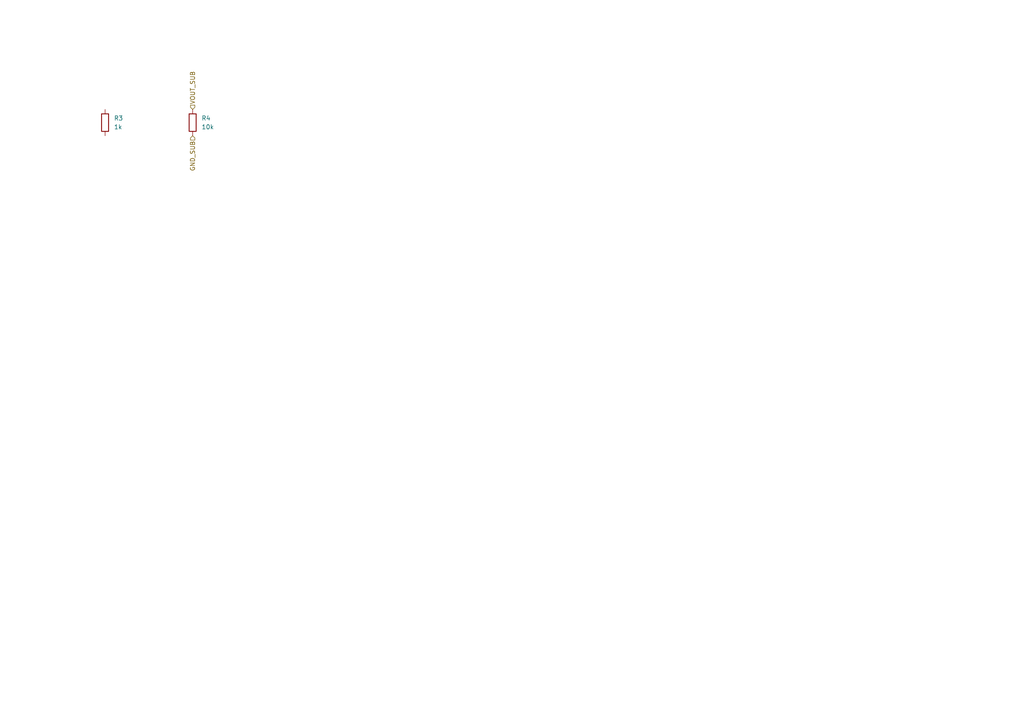
<source format=kicad_sch>
(kicad_sch (version 20250114) (generator "circuit_synth") (generator_version "0.8.36")
  (paper "A4")
  (title_block (title "multi_sheet_nets"))
  (lib_symbols
    (symbol "Device:R" (pin_numbers (hide yes)) (pin_names (offset 0))
      (property "Reference" "R" (at 2.032 0 90))
      (property "Value" "R" (at 0 0 90))
      (symbol "R_0_1"
        (rectangle (start -1.016 -2.54) (end 1.016 2.54) (stroke (width 0.254)))
      )
      (symbol "R_1_1"
        (pin passive line (at 0 3.81 270) (length 1.27) (name "~") (number "1"))
        (pin passive line (at 0 -3.81 90) (length 1.27) (name "~") (number "2"))
      )
    )
  )
  (symbol (lib_id "Device:R") (at 30.48 35.56 0) (unit 1)
    (property "Reference" "R3" (at 33.02 34.2899 0) (effects (justify left)))
    (property "Value" "1k" (at 33.02 36.8299 0) (effects (justify left)))
    (property "Footprint" "Resistor_SMD:R_0603_1608Metric" (effects (hide yes)))
    (property "hierarchy_path" "/8510d4a4-03ab-467c-be07-be142496a2c9/9b42b55d-c276-4d15-af2c-1aec8c0469c8" (effects (hide yes)))
    (property "project_name" "multi_sheet_nets" (effects (hide yes)))
    (property "root_uuid" "8510d4a4-03ab-467c-be07-be142496a2c9" (effects (hide yes)))
  )
  (symbol (lib_id "Device:R") (at 55.88 35.56 0) (unit 1)
    (property "Reference" "R4" (at 58.42 34.2899 0) (effects (justify left)))
    (property "Value" "10k" (at 58.42 36.8299 0) (effects (justify left)))
    (property "Footprint" "Resistor_SMD:R_0603_1608Metric" (effects (hide yes)))
    (property "hierarchy_path" "/8510d4a4-03ab-467c-be07-be142496a2c9/9b42b55d-c276-4d15-af2c-1aec8c0469c8" (effects (hide yes)))
    (property "project_name" "multi_sheet_nets" (effects (hide yes)))
    (property "root_uuid" "8510d4a4-03ab-467c-be07-be142496a2c9" (effects (hide yes)))
  )
  (hierarchical_label "VOUT_SUB" (shape input) (at 55.88 31.75 90))
  (hierarchical_label "GND_SUB" (shape input) (at 55.88 39.37 270))
)
</source>
